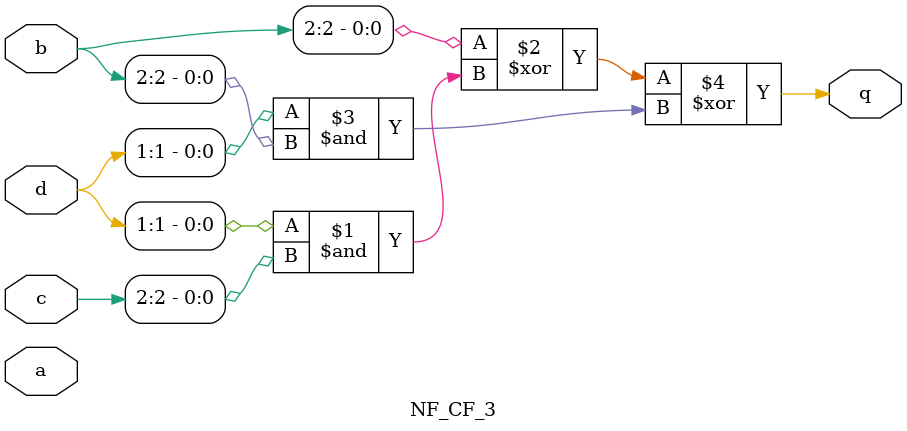
<source format=v>
/*
* -----------------------------------------------------------------
* COMPANY : Shandong University
* AUTHOR  : Yanhong Fan, Chaoran Wang, Lixuan Wu,  Meiqin Wang
* DOCUMENT: "A Fast Search Method for 3-Share Second-Order Masking Schemes for Lightweight S-Boxes"  
* -----------------------------------------------------------------
*
* Copyright c 2023, Yanhong Fan, Chaoran Wang, Lixuan Wu,  Meiqin Wang

*
* All rights reserved.
*
* THIS SOFTWARE IS PROVIDED BY THE COPYRIGHT HOLDERS AND CONTRIBUTORS "AS IS" AND
* ANY EXPRESS OR IMPLIED WARRANTIES, INCLUDING, BUT NOT LIMITED TO, THE IMPLIED
* WARRANTIES OF MERCHANTABILITY AND FITNESS FOR A PARTICULAR PURPOSE ARE
* DISCLAIMED. IN NO EVENT SHALL THE COPYRIGHT HOLDER OR CONTRIBUTERS BE LIABLE FOR ANY
* DIRECT, INDIRECT, INCIDENTAL, SPECIAL, EXEMPLARY, OR CONSEQUENTIAL DAMAGES
* INCLUDING, BUT NOT LIMITED TO, PROCUREMENT OF SUBSTITUTE GOODS OR SERVICES;
* LOSS OF USE, DATA, OR PROFITS; OR BUSINESS INTERRUPTION HOWEVER CAUSED AND
* ON ANY THEORY OF LIABILITY, WHETHER IN CONTRACT, STRICT LIABILITY, OR TORT
* INCLUDING NEGLIGENCE OR OTHERWISE ARISING IN ANY WAY OUT OF THE USE OF THIS
* SOFTWARE, EVEN IF ADVISED OF THE POSSIBILITY OF SUCH DAMAGE.
*
* Please see LICENSE and README for license and further instructions.
*/

module NF_CF_3(
    input [3:1] a,
    input [3:1] b,
    input [3:1] c,
    input [3:1] d,
    output q 
	 );
	 
	parameter num = 1;
	 
	generate

		if(num==0) begin
			assign q = a[1] ^ (d[1]&c[1]) ^ (d[1]&b[1]);
		end
		if(num==1) begin
			assign q = b[2] ^ (d[1]&c[2]) ^ (d[1]&b[2]);
		end
		if(num==2) begin
			assign q = (d[1]&c[3]) ^ (d[1]&b[3]);
		end
		if(num==3) begin
			assign q = a[1] ^ b[1] ^ (d[2]&c[1]) ^ (d[2]&b[1]);
		end
		if(num==4) begin
			assign q = a[2] ^ (d[2]&c[2]) ^ (d[2]&b[2]);
		end
		if(num==5) begin
			assign q =  (d[2]&c[3]) ^ (d[2]&b[3]);
		end
		if(num==6) begin
			assign q = a[1] ^  (d[3]&c[1]) ^ (d[3]&b[1]);
		end
		if(num==7) begin
			assign q =  (d[3]&c[2]) ^ (d[3]&b[2]);
		end
		if(num==8) begin
			assign q = a[3] ^ b[3] ^ (d[3]&c[3]) ^ (d[3]&b[3]);
		end
		if(num==9) begin
			assign q = 1'b1 ^ a[1] ^ c[1] ^ (d[1]&b[1]);
		end
		if(num==10) begin
			assign q =  c[2] ^ (d[1]&b[2]);
		end
		if(num==11) begin
			assign q = (d[1]&b[3]);
		end
		if(num==12) begin
			assign q = (d[2]&b[1]);
		end
		if(num==13) begin
			assign q = b[2]^a[2]^(d[2]&b[2]);
		end
		if(num==14) begin
			assign q = c[3] ^ (d[2]&b[3]);
		end
		if(num==15) begin
			assign q =(d[3]&b[1]);
		end
		if(num==16) begin
			assign q = b[2]^(d[3]&b[2]);
		end
		if(num==17) begin
			assign q = a[3] ^ (d[3]&b[3]);
		end
		if(num==18) begin
			assign q = c[1] ^ d[1]^(d[1]&c[1]);
		end
		if(num==19) begin
			assign q = b[2]^(d[1]&c[2]);
		end
		if(num==20) begin
			assign q = (d[1]&c[3]);
		end
		if(num==21) begin
			assign q = b[1]^(d[2]&c[1]);
		end
		if(num==22) begin
			assign q = d[2] ^ (d[2]&c[2]);
		end
		if(num==23) begin
			assign q = c[3] ^ (d[2]&c[3]);
		end
		if(num==24) begin
			assign q = c[1]  ^ (d[3]&c[1]);
		end
		if(num==25) begin
			assign q = (d[3]&c[2]);
		end
		if(num==26) begin
			assign q = b[3] ^ c[3] ^d[3] ^(d[3]&c[3]);
		end


	endgenerate


endmodule

</source>
